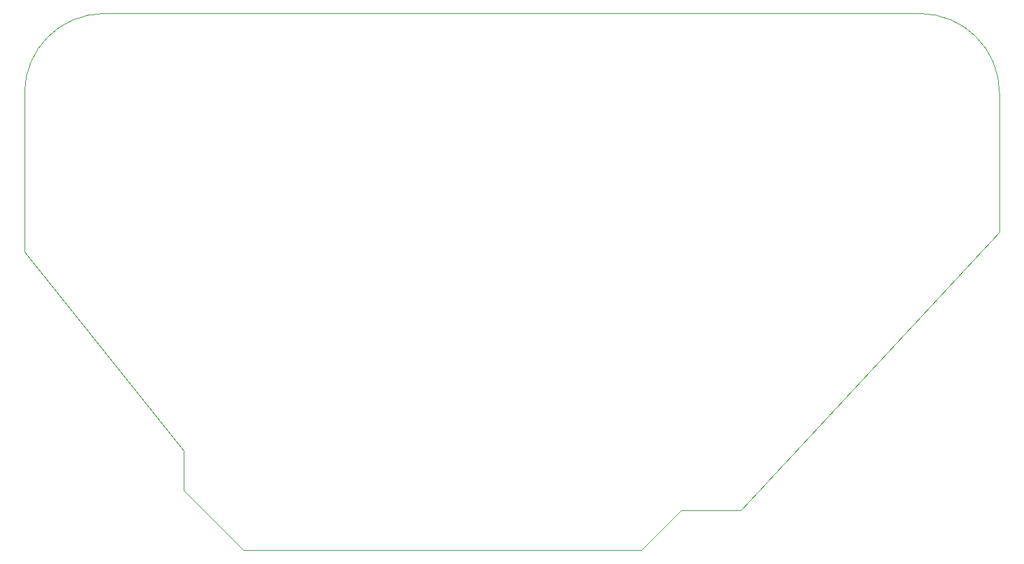
<source format=gbr>
%TF.GenerationSoftware,KiCad,Pcbnew,9.0.0-9.0.0-2~ubuntu24.04.1*%
%TF.CreationDate,2025-03-18T17:56:42+01:00*%
%TF.ProjectId,omnicontroller,6f6d6e69-636f-46e7-9472-6f6c6c65722e,rev?*%
%TF.SameCoordinates,Original*%
%TF.FileFunction,Profile,NP*%
%FSLAX46Y46*%
G04 Gerber Fmt 4.6, Leading zero omitted, Abs format (unit mm)*
G04 Created by KiCad (PCBNEW 9.0.0-9.0.0-2~ubuntu24.04.1) date 2025-03-18 17:56:42*
%MOMM*%
%LPD*%
G01*
G04 APERTURE LIST*
%TA.AperFunction,Profile*%
%ADD10C,0.050000*%
%TD*%
G04 APERTURE END LIST*
D10*
X83820000Y-114300000D02*
X76200000Y-106680000D01*
X147320000Y-109220000D02*
X139700000Y-109220000D01*
X55880000Y-55880000D02*
G75*
G02*
X66040000Y-45720000I10160000J0D01*
G01*
X66040000Y-45720000D02*
X170180000Y-45720000D01*
X76200000Y-101600000D02*
X55880000Y-76200000D01*
X170180000Y-45720000D02*
G75*
G02*
X180340000Y-55880000I0J-10160000D01*
G01*
X180340000Y-55880000D02*
X180340000Y-73660000D01*
X76200000Y-106680000D02*
X76200000Y-101600000D01*
X134620000Y-114300000D02*
X83820000Y-114300000D01*
X139700000Y-109220000D02*
X134620000Y-114300000D01*
X55880000Y-76200000D02*
X55880000Y-55880000D01*
X180340000Y-73660000D02*
X147320000Y-109220000D01*
M02*

</source>
